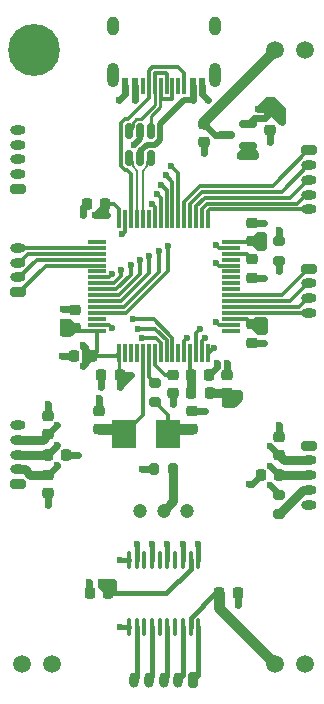
<source format=gbr>
%TF.GenerationSoftware,KiCad,Pcbnew,(6.0.9)*%
%TF.CreationDate,2022-12-02T14:17:00-08:00*%
%TF.ProjectId,controller,636f6e74-726f-46c6-9c65-722e6b696361,1*%
%TF.SameCoordinates,Original*%
%TF.FileFunction,Copper,L1,Top*%
%TF.FilePolarity,Positive*%
%FSLAX46Y46*%
G04 Gerber Fmt 4.6, Leading zero omitted, Abs format (unit mm)*
G04 Created by KiCad (PCBNEW (6.0.9)) date 2022-12-02 14:17:00*
%MOMM*%
%LPD*%
G01*
G04 APERTURE LIST*
G04 Aperture macros list*
%AMRoundRect*
0 Rectangle with rounded corners*
0 $1 Rounding radius*
0 $2 $3 $4 $5 $6 $7 $8 $9 X,Y pos of 4 corners*
0 Add a 4 corners polygon primitive as box body*
4,1,4,$2,$3,$4,$5,$6,$7,$8,$9,$2,$3,0*
0 Add four circle primitives for the rounded corners*
1,1,$1+$1,$2,$3*
1,1,$1+$1,$4,$5*
1,1,$1+$1,$6,$7*
1,1,$1+$1,$8,$9*
0 Add four rect primitives between the rounded corners*
20,1,$1+$1,$2,$3,$4,$5,0*
20,1,$1+$1,$4,$5,$6,$7,0*
20,1,$1+$1,$6,$7,$8,$9,0*
20,1,$1+$1,$8,$9,$2,$3,0*%
G04 Aperture macros list end*
%TA.AperFunction,SMDPad,CuDef*%
%ADD10RoundRect,0.225000X0.225000X0.250000X-0.225000X0.250000X-0.225000X-0.250000X0.225000X-0.250000X0*%
%TD*%
%TA.AperFunction,ComponentPad*%
%ADD11RoundRect,0.200000X-0.450000X0.200000X-0.450000X-0.200000X0.450000X-0.200000X0.450000X0.200000X0*%
%TD*%
%TA.AperFunction,ComponentPad*%
%ADD12O,1.300000X0.800000*%
%TD*%
%TA.AperFunction,ComponentPad*%
%ADD13RoundRect,0.200000X0.450000X-0.200000X0.450000X0.200000X-0.450000X0.200000X-0.450000X-0.200000X0*%
%TD*%
%TA.AperFunction,SMDPad,CuDef*%
%ADD14RoundRect,0.225000X0.250000X-0.225000X0.250000X0.225000X-0.250000X0.225000X-0.250000X-0.225000X0*%
%TD*%
%TA.AperFunction,SMDPad,CuDef*%
%ADD15RoundRect,0.150000X-0.150000X0.512500X-0.150000X-0.512500X0.150000X-0.512500X0.150000X0.512500X0*%
%TD*%
%TA.AperFunction,SMDPad,CuDef*%
%ADD16RoundRect,0.218750X0.218750X0.256250X-0.218750X0.256250X-0.218750X-0.256250X0.218750X-0.256250X0*%
%TD*%
%TA.AperFunction,SMDPad,CuDef*%
%ADD17RoundRect,0.225000X-0.225000X-0.250000X0.225000X-0.250000X0.225000X0.250000X-0.225000X0.250000X0*%
%TD*%
%TA.AperFunction,SMDPad,CuDef*%
%ADD18RoundRect,0.225000X-0.250000X0.225000X-0.250000X-0.225000X0.250000X-0.225000X0.250000X0.225000X0*%
%TD*%
%TA.AperFunction,SMDPad,CuDef*%
%ADD19RoundRect,0.200000X0.275000X-0.200000X0.275000X0.200000X-0.275000X0.200000X-0.275000X-0.200000X0*%
%TD*%
%TA.AperFunction,ComponentPad*%
%ADD20RoundRect,0.200000X0.200000X0.450000X-0.200000X0.450000X-0.200000X-0.450000X0.200000X-0.450000X0*%
%TD*%
%TA.AperFunction,ComponentPad*%
%ADD21O,0.800000X1.300000*%
%TD*%
%TA.AperFunction,SMDPad,CuDef*%
%ADD22R,0.600000X1.450000*%
%TD*%
%TA.AperFunction,SMDPad,CuDef*%
%ADD23R,0.300000X1.450000*%
%TD*%
%TA.AperFunction,ComponentPad*%
%ADD24O,1.000000X2.100000*%
%TD*%
%TA.AperFunction,ComponentPad*%
%ADD25O,1.000000X1.600000*%
%TD*%
%TA.AperFunction,ComponentPad*%
%ADD26C,1.200000*%
%TD*%
%TA.AperFunction,SMDPad,CuDef*%
%ADD27RoundRect,0.200000X0.200000X0.275000X-0.200000X0.275000X-0.200000X-0.275000X0.200000X-0.275000X0*%
%TD*%
%TA.AperFunction,ComponentPad*%
%ADD28C,1.500000*%
%TD*%
%TA.AperFunction,SMDPad,CuDef*%
%ADD29RoundRect,0.150000X0.587500X0.150000X-0.587500X0.150000X-0.587500X-0.150000X0.587500X-0.150000X0*%
%TD*%
%TA.AperFunction,SMDPad,CuDef*%
%ADD30RoundRect,0.200000X-0.275000X0.200000X-0.275000X-0.200000X0.275000X-0.200000X0.275000X0.200000X0*%
%TD*%
%TA.AperFunction,SMDPad,CuDef*%
%ADD31RoundRect,0.075000X0.075000X-0.700000X0.075000X0.700000X-0.075000X0.700000X-0.075000X-0.700000X0*%
%TD*%
%TA.AperFunction,SMDPad,CuDef*%
%ADD32RoundRect,0.075000X0.700000X-0.075000X0.700000X0.075000X-0.700000X0.075000X-0.700000X-0.075000X0*%
%TD*%
%TA.AperFunction,SMDPad,CuDef*%
%ADD33RoundRect,0.100000X-0.100000X0.637500X-0.100000X-0.637500X0.100000X-0.637500X0.100000X0.637500X0*%
%TD*%
%TA.AperFunction,SMDPad,CuDef*%
%ADD34R,2.000000X2.400000*%
%TD*%
%TA.AperFunction,ComponentPad*%
%ADD35C,4.400000*%
%TD*%
%TA.AperFunction,ViaPad*%
%ADD36C,0.600000*%
%TD*%
%TA.AperFunction,Conductor*%
%ADD37C,0.900000*%
%TD*%
%TA.AperFunction,Conductor*%
%ADD38C,0.500000*%
%TD*%
%TA.AperFunction,Conductor*%
%ADD39C,0.600000*%
%TD*%
%TA.AperFunction,Conductor*%
%ADD40C,0.400000*%
%TD*%
%TA.AperFunction,Conductor*%
%ADD41C,0.300000*%
%TD*%
%TA.AperFunction,Conductor*%
%ADD42C,0.800000*%
%TD*%
%TA.AperFunction,Conductor*%
%ADD43C,0.250000*%
%TD*%
%TA.AperFunction,Conductor*%
%ADD44C,0.261112*%
%TD*%
%TA.AperFunction,Conductor*%
%ADD45C,0.200000*%
%TD*%
G04 APERTURE END LIST*
D10*
%TO.P,C7,1*%
%TO.N,3V3*%
X120028000Y-87000000D03*
%TO.P,C7,2*%
%TO.N,GND*%
X118478000Y-87000000D03*
%TD*%
D11*
%TO.P,J6,1,Pin_1*%
%TO.N,MOSI_R*%
X137300000Y-92500000D03*
D12*
%TO.P,J6,2,Pin_2*%
%TO.N,MISO_R*%
X137300000Y-93750000D03*
%TO.P,J6,3,Pin_3*%
%TO.N,SCK_R*%
X137300000Y-95000000D03*
%TO.P,J6,4,Pin_4*%
%TO.N,NSS_R*%
X137300000Y-96250000D03*
%TD*%
D13*
%TO.P,J7,1,Pin_1*%
%TO.N,COL5*%
X112700000Y-85750000D03*
D12*
%TO.P,J7,2,Pin_2*%
%TO.N,COL4*%
X112700000Y-84500000D03*
%TO.P,J7,3,Pin_3*%
%TO.N,COL3*%
X112700000Y-83250000D03*
%TO.P,J7,4,Pin_4*%
%TO.N,COL2*%
X112700000Y-82000000D03*
%TO.P,J7,5,Pin_5*%
%TO.N,COL1*%
X112700000Y-80750000D03*
%TD*%
D14*
%TO.P,C8,1*%
%TO.N,3V3*%
X117500000Y-97525000D03*
%TO.P,C8,2*%
%TO.N,GND*%
X117500000Y-95975000D03*
%TD*%
D15*
%TO.P,U3,1,I/O1*%
%TO.N,USB_RAW_D-*%
X123950000Y-80862500D03*
%TO.P,U3,2,GND*%
%TO.N,GND*%
X123000000Y-80862500D03*
%TO.P,U3,3,I/O2*%
%TO.N,USB_RAW_D+*%
X122050000Y-80862500D03*
%TO.P,U3,4,I/O2*%
%TO.N,USB_D+*%
X122050000Y-83137500D03*
%TO.P,U3,5,VBUS*%
%TO.N,5V*%
X123000000Y-83137500D03*
%TO.P,U3,6,I/O1*%
%TO.N,USB_D-*%
X123950000Y-83137500D03*
%TD*%
D16*
%TO.P,FB1,1*%
%TO.N,3V3*%
X128887500Y-103000000D03*
%TO.P,FB1,2*%
%TO.N,VREF*%
X127312500Y-103000000D03*
%TD*%
D17*
%TO.P,C18,1*%
%TO.N,TR2*%
X115225000Y-108250000D03*
%TO.P,C18,2*%
%TO.N,GND*%
X116775000Y-108250000D03*
%TD*%
D14*
%TO.P,C17,1*%
%TO.N,TR1*%
X115250000Y-106525000D03*
%TO.P,C17,2*%
%TO.N,GND*%
X115250000Y-104975000D03*
%TD*%
D18*
%TO.P,C13,1*%
%TO.N,VCAP*%
X132500000Y-91725000D03*
%TO.P,C13,2*%
%TO.N,GND*%
X132500000Y-93275000D03*
%TD*%
D17*
%TO.P,C10,1*%
%TO.N,VREF*%
X127325000Y-101500000D03*
%TO.P,C10,2*%
%TO.N,GND*%
X128875000Y-101500000D03*
%TD*%
D19*
%TO.P,R4,1*%
%TO.N,ST_P_IN*%
X134750000Y-113325000D03*
%TO.P,R4,2*%
%TO.N,ST_P*%
X134750000Y-111675000D03*
%TD*%
D10*
%TO.P,C3,1*%
%TO.N,3V3*%
X118975000Y-99900000D03*
%TO.P,C3,2*%
%TO.N,GND*%
X117425000Y-99900000D03*
%TD*%
D20*
%TO.P,J4,1,Pin_1*%
%TO.N,LED1_OUT*%
X127500000Y-127300000D03*
D21*
%TO.P,J4,2,Pin_2*%
%TO.N,LED2_OUT*%
X126250000Y-127300000D03*
%TO.P,J4,3,Pin_3*%
%TO.N,LED3_OUT*%
X125000000Y-127300000D03*
%TO.P,J4,4,Pin_4*%
%TO.N,LED4_OUT*%
X123750000Y-127300000D03*
%TO.P,J4,5,Pin_5*%
%TO.N,LED5_OUT*%
X122500000Y-127300000D03*
%TD*%
D10*
%TO.P,C15,1*%
%TO.N,3V3*%
X120275000Y-120000000D03*
%TO.P,C15,2*%
%TO.N,GND*%
X118725000Y-120000000D03*
%TD*%
D22*
%TO.P,J2,A1,GND*%
%TO.N,GND*%
X128250000Y-77045000D03*
%TO.P,J2,A4,VBUS*%
%TO.N,5V*%
X127450000Y-77045000D03*
D23*
%TO.P,J2,A5,CC1*%
%TO.N,unconnected-(J2-PadA5)*%
X126250000Y-77045000D03*
%TO.P,J2,A6,D+*%
%TO.N,USB_RAW_D+*%
X125250000Y-77045000D03*
%TO.P,J2,A7,D-*%
%TO.N,USB_RAW_D-*%
X124750000Y-77045000D03*
%TO.P,J2,A8,SBU1*%
%TO.N,USB_HPS*%
X123750000Y-77045000D03*
D22*
%TO.P,J2,A9,VBUS*%
%TO.N,5V*%
X122550000Y-77045000D03*
%TO.P,J2,A12,GND*%
%TO.N,GND*%
X121750000Y-77045000D03*
%TO.P,J2,B1,GND*%
X121750000Y-77045000D03*
%TO.P,J2,B4,VBUS*%
%TO.N,5V*%
X122550000Y-77045000D03*
D23*
%TO.P,J2,B5,CC2*%
%TO.N,unconnected-(J2-PadB5)*%
X123250000Y-77045000D03*
%TO.P,J2,B6,D+*%
%TO.N,USB_RAW_D+*%
X124250000Y-77045000D03*
%TO.P,J2,B7,D-*%
%TO.N,USB_RAW_D-*%
X125750000Y-77045000D03*
%TO.P,J2,B8,SBU2*%
%TO.N,USB_HPS*%
X126750000Y-77045000D03*
D22*
%TO.P,J2,B9,VBUS*%
%TO.N,5V*%
X127450000Y-77045000D03*
%TO.P,J2,B12,GND*%
%TO.N,GND*%
X128250000Y-77045000D03*
D24*
%TO.P,J2,S1,SHIELD*%
X129320000Y-76130000D03*
D25*
X120680000Y-71950000D03*
X129320000Y-71950000D03*
D24*
X120680000Y-76130000D03*
%TD*%
D26*
%TO.P,SW1,1,A*%
%TO.N,GND*%
X127000000Y-113000000D03*
%TO.P,SW1,2,B*%
%TO.N,Net-(R2-Pad1)*%
X125000000Y-113000000D03*
%TO.P,SW1,3,C*%
%TO.N,3V3*%
X123000000Y-113000000D03*
%TD*%
D17*
%TO.P,C16,1*%
%TO.N,5V*%
X129725000Y-120000000D03*
%TO.P,C16,2*%
%TO.N,GND*%
X131275000Y-120000000D03*
%TD*%
D18*
%TO.P,C19,1*%
%TO.N,TR3*%
X115250000Y-109975000D03*
%TO.P,C19,2*%
%TO.N,GND*%
X115250000Y-111525000D03*
%TD*%
D27*
%TO.P,R2,1*%
%TO.N,Net-(R2-Pad1)*%
X125825000Y-109500000D03*
%TO.P,R2,2*%
%TO.N,BOOT0*%
X124175000Y-109500000D03*
%TD*%
D28*
%TO.P,J11,1,Pin_1*%
%TO.N,5V*%
X134450000Y-126000000D03*
%TO.P,J11,2,Pin_2*%
%TO.N,GND*%
X136950000Y-126000000D03*
%TD*%
D29*
%TO.P,U1,1,GND*%
%TO.N,GND*%
X132137500Y-82150000D03*
%TO.P,U1,2,VO*%
%TO.N,3V3*%
X132137500Y-80250000D03*
%TO.P,U1,3,VI*%
%TO.N,5V*%
X130262500Y-81200000D03*
%TD*%
D30*
%TO.P,R3,1*%
%TO.N,BOOT1*%
X134750000Y-90175000D03*
%TO.P,R3,2*%
%TO.N,GND*%
X134750000Y-91825000D03*
%TD*%
D31*
%TO.P,U2,1,VBAT*%
%TO.N,3V3*%
X121250000Y-99675000D03*
%TO.P,U2,2,PC13*%
%TO.N,unconnected-(U2-Pad2)*%
X121750000Y-99675000D03*
%TO.P,U2,3,PC14*%
%TO.N,unconnected-(U2-Pad3)*%
X122250000Y-99675000D03*
%TO.P,U2,4,PC15*%
%TO.N,unconnected-(U2-Pad4)*%
X122750000Y-99675000D03*
%TO.P,U2,5,PH0*%
%TO.N,HSE_IN*%
X123250000Y-99675000D03*
%TO.P,U2,6,PH1*%
%TO.N,HSE_OUT*%
X123750000Y-99675000D03*
%TO.P,U2,7,NRST*%
%TO.N,NRST*%
X124250000Y-99675000D03*
%TO.P,U2,8,PC0*%
%TO.N,TR3*%
X124750000Y-99675000D03*
%TO.P,U2,9,PC1*%
%TO.N,TR2*%
X125250000Y-99675000D03*
%TO.P,U2,10,PC2*%
%TO.N,TR1*%
X125750000Y-99675000D03*
%TO.P,U2,11,PC3*%
%TO.N,unconnected-(U2-Pad11)*%
X126250000Y-99675000D03*
%TO.P,U2,12,VSSA*%
%TO.N,GND*%
X126750000Y-99675000D03*
%TO.P,U2,13,VREF+*%
%TO.N,VREF*%
X127250000Y-99675000D03*
%TO.P,U2,14,PA0*%
%TO.N,ST_P*%
X127750000Y-99675000D03*
%TO.P,U2,15,PA1*%
%TO.N,ST_Y*%
X128250000Y-99675000D03*
%TO.P,U2,16,PA2*%
%TO.N,ST_X*%
X128750000Y-99675000D03*
D32*
%TO.P,U2,17,PA3*%
%TO.N,unconnected-(U2-Pad17)*%
X130675000Y-97750000D03*
%TO.P,U2,18,VSS*%
%TO.N,GND*%
X130675000Y-97250000D03*
%TO.P,U2,19,VDD*%
%TO.N,3V3*%
X130675000Y-96750000D03*
%TO.P,U2,20,PA4*%
%TO.N,NSS_R*%
X130675000Y-96250000D03*
%TO.P,U2,21,PA5*%
%TO.N,SCK_R*%
X130675000Y-95750000D03*
%TO.P,U2,22,PA6*%
%TO.N,MISO_R*%
X130675000Y-95250000D03*
%TO.P,U2,23,PA7*%
%TO.N,MOSI_R*%
X130675000Y-94750000D03*
%TO.P,U2,24,PC4*%
%TO.N,unconnected-(U2-Pad24)*%
X130675000Y-94250000D03*
%TO.P,U2,25,PC5*%
%TO.N,unconnected-(U2-Pad25)*%
X130675000Y-93750000D03*
%TO.P,U2,26,PB0*%
%TO.N,unconnected-(U2-Pad26)*%
X130675000Y-93250000D03*
%TO.P,U2,27,PB1*%
%TO.N,unconnected-(U2-Pad27)*%
X130675000Y-92750000D03*
%TO.P,U2,28,PB2*%
%TO.N,BOOT1*%
X130675000Y-92250000D03*
%TO.P,U2,29,PB10*%
%TO.N,unconnected-(U2-Pad29)*%
X130675000Y-91750000D03*
%TO.P,U2,30,VCAP1*%
%TO.N,VCAP*%
X130675000Y-91250000D03*
%TO.P,U2,31,VSS*%
%TO.N,GND*%
X130675000Y-90750000D03*
%TO.P,U2,32,VDD*%
%TO.N,3V3*%
X130675000Y-90250000D03*
D31*
%TO.P,U2,33,PB12*%
%TO.N,ROW5*%
X128750000Y-88325000D03*
%TO.P,U2,34,PB13*%
%TO.N,ROW4*%
X128250000Y-88325000D03*
%TO.P,U2,35,PB14*%
%TO.N,ROW3*%
X127750000Y-88325000D03*
%TO.P,U2,36,PB15*%
%TO.N,ROW2*%
X127250000Y-88325000D03*
%TO.P,U2,37,PC6*%
%TO.N,ROW1*%
X126750000Y-88325000D03*
%TO.P,U2,38,PC7*%
%TO.N,COL1*%
X126250000Y-88325000D03*
%TO.P,U2,39,PC8*%
%TO.N,COL2*%
X125750000Y-88325000D03*
%TO.P,U2,40,PC9*%
%TO.N,COL3*%
X125250000Y-88325000D03*
%TO.P,U2,41,PA8*%
%TO.N,COL4*%
X124750000Y-88325000D03*
%TO.P,U2,42,PA9*%
%TO.N,COL5*%
X124250000Y-88325000D03*
%TO.P,U2,43,PA10*%
%TO.N,unconnected-(U2-Pad43)*%
X123750000Y-88325000D03*
%TO.P,U2,44,PA11*%
%TO.N,USB_D-*%
X123250000Y-88325000D03*
%TO.P,U2,45,PA12*%
%TO.N,USB_D+*%
X122750000Y-88325000D03*
%TO.P,U2,46,PA13*%
%TO.N,USB_HPS*%
X122250000Y-88325000D03*
%TO.P,U2,47,VSS*%
%TO.N,GND*%
X121750000Y-88325000D03*
%TO.P,U2,48,VDD*%
%TO.N,3V3*%
X121250000Y-88325000D03*
D32*
%TO.P,U2,49,PA14*%
%TO.N,unconnected-(U2-Pad49)*%
X119325000Y-90250000D03*
%TO.P,U2,50,PA15*%
%TO.N,NSS_L*%
X119325000Y-90750000D03*
%TO.P,U2,51,PC10*%
%TO.N,SCK_L*%
X119325000Y-91250000D03*
%TO.P,U2,52,PC11*%
%TO.N,MISO_L*%
X119325000Y-91750000D03*
%TO.P,U2,53,PC12*%
%TO.N,MOSI_L*%
X119325000Y-92250000D03*
%TO.P,U2,54,PD2*%
%TO.N,unconnected-(U2-Pad54)*%
X119325000Y-92750000D03*
%TO.P,U2,55,PB3*%
%TO.N,LED_OE*%
X119325000Y-93250000D03*
%TO.P,U2,56,PB4*%
%TO.N,LED5*%
X119325000Y-93750000D03*
%TO.P,U2,57,PB5*%
%TO.N,LED4*%
X119325000Y-94250000D03*
%TO.P,U2,58,PB6*%
%TO.N,LED3*%
X119325000Y-94750000D03*
%TO.P,U2,59,PB7*%
%TO.N,LED2*%
X119325000Y-95250000D03*
%TO.P,U2,60,BOOT0*%
%TO.N,BOOT0*%
X119325000Y-95750000D03*
%TO.P,U2,61,PB8*%
%TO.N,LED1*%
X119325000Y-96250000D03*
%TO.P,U2,62,PB9*%
%TO.N,unconnected-(U2-Pad62)*%
X119325000Y-96750000D03*
%TO.P,U2,63,VSS*%
%TO.N,GND*%
X119325000Y-97250000D03*
%TO.P,U2,64,VDD*%
%TO.N,3V3*%
X119325000Y-97750000D03*
%TD*%
D14*
%TO.P,C12,1*%
%TO.N,Net-(C12-Pad1)*%
X127400000Y-106075000D03*
%TO.P,C12,2*%
%TO.N,GND*%
X127400000Y-104525000D03*
%TD*%
D18*
%TO.P,C5,1*%
%TO.N,3V3*%
X132500000Y-97225000D03*
%TO.P,C5,2*%
%TO.N,GND*%
X132500000Y-98775000D03*
%TD*%
D11*
%TO.P,J8,1,Pin_1*%
%TO.N,ROW1*%
X137300000Y-82500000D03*
D12*
%TO.P,J8,2,Pin_2*%
%TO.N,ROW2*%
X137300000Y-83750000D03*
%TO.P,J8,3,Pin_3*%
%TO.N,ROW3*%
X137300000Y-85000000D03*
%TO.P,J8,4,Pin_4*%
%TO.N,ROW4*%
X137300000Y-86250000D03*
%TO.P,J8,5,Pin_5*%
%TO.N,ROW5*%
X137300000Y-87500000D03*
%TD*%
D18*
%TO.P,C14,1*%
%TO.N,NRST*%
X125800000Y-101475000D03*
%TO.P,C14,2*%
%TO.N,GND*%
X125800000Y-103025000D03*
%TD*%
D28*
%TO.P,J1,1,Pin_1*%
%TO.N,GND*%
X136950000Y-74000000D03*
%TO.P,J1,2,Pin_2*%
%TO.N,5V*%
X134450000Y-74000000D03*
%TD*%
D13*
%TO.P,J5,1,Pin_1*%
%TO.N,MOSI_L*%
X112700000Y-94500000D03*
D12*
%TO.P,J5,2,Pin_2*%
%TO.N,MISO_L*%
X112700000Y-93250000D03*
%TO.P,J5,3,Pin_3*%
%TO.N,SCK_L*%
X112700000Y-92000000D03*
%TO.P,J5,4,Pin_4*%
%TO.N,NSS_L*%
X112700000Y-90750000D03*
%TD*%
D10*
%TO.P,C21,1*%
%TO.N,ST_Y*%
X134775000Y-110000000D03*
%TO.P,C21,2*%
%TO.N,GND*%
X133225000Y-110000000D03*
%TD*%
D18*
%TO.P,C2,1*%
%TO.N,3V3*%
X134000000Y-79225000D03*
%TO.P,C2,2*%
%TO.N,GND*%
X134000000Y-80775000D03*
%TD*%
D33*
%TO.P,U4,1,A1*%
%TO.N,LED1*%
X127925000Y-117137500D03*
%TO.P,U4,2,VCCA*%
%TO.N,3V3*%
X127275000Y-117137500D03*
%TO.P,U4,3,A2*%
%TO.N,LED2*%
X126625000Y-117137500D03*
%TO.P,U4,4,A3*%
%TO.N,unconnected-(U4-Pad4)*%
X125975000Y-117137500D03*
%TO.P,U4,5,A4*%
%TO.N,LED3*%
X125325000Y-117137500D03*
%TO.P,U4,6,A5*%
%TO.N,unconnected-(U4-Pad6)*%
X124675000Y-117137500D03*
%TO.P,U4,7,A6*%
%TO.N,LED4*%
X124025000Y-117137500D03*
%TO.P,U4,8,A7*%
%TO.N,unconnected-(U4-Pad8)*%
X123375000Y-117137500D03*
%TO.P,U4,9,A8*%
%TO.N,LED5*%
X122725000Y-117137500D03*
%TO.P,U4,10,OE*%
%TO.N,LED_OE*%
X122075000Y-117137500D03*
%TO.P,U4,11,GND*%
%TO.N,GND*%
X122075000Y-122862500D03*
%TO.P,U4,12,B8*%
%TO.N,LED5_OUT*%
X122725000Y-122862500D03*
%TO.P,U4,13,B7*%
%TO.N,unconnected-(U4-Pad13)*%
X123375000Y-122862500D03*
%TO.P,U4,14,B6*%
%TO.N,LED4_OUT*%
X124025000Y-122862500D03*
%TO.P,U4,15,B5*%
%TO.N,unconnected-(U4-Pad15)*%
X124675000Y-122862500D03*
%TO.P,U4,16,B4*%
%TO.N,LED3_OUT*%
X125325000Y-122862500D03*
%TO.P,U4,17,B3*%
%TO.N,unconnected-(U4-Pad17)*%
X125975000Y-122862500D03*
%TO.P,U4,18,B2*%
%TO.N,LED2_OUT*%
X126625000Y-122862500D03*
%TO.P,U4,19,VCCB*%
%TO.N,5V*%
X127275000Y-122862500D03*
%TO.P,U4,20,B1*%
%TO.N,LED1_OUT*%
X127925000Y-122862500D03*
%TD*%
D18*
%TO.P,C1,1*%
%TO.N,5V*%
X128400000Y-80225000D03*
%TO.P,C1,2*%
%TO.N,GND*%
X128400000Y-81775000D03*
%TD*%
D14*
%TO.P,C11,1*%
%TO.N,HSE_IN*%
X119500000Y-106075000D03*
%TO.P,C11,2*%
%TO.N,GND*%
X119500000Y-104525000D03*
%TD*%
D30*
%TO.P,R1,1*%
%TO.N,HSE_OUT*%
X124250000Y-102175000D03*
%TO.P,R1,2*%
%TO.N,Net-(C12-Pad1)*%
X124250000Y-103825000D03*
%TD*%
D11*
%TO.P,J10,1,Pin_1*%
%TO.N,3V3*%
X137300000Y-107500000D03*
D12*
%TO.P,J10,2,Pin_2*%
%TO.N,ST_X*%
X137300000Y-108750000D03*
%TO.P,J10,3,Pin_3*%
%TO.N,ST_Y*%
X137300000Y-110000000D03*
%TO.P,J10,4,Pin_4*%
%TO.N,ST_P_IN*%
X137300000Y-111250000D03*
%TO.P,J10,5,Pin_5*%
%TO.N,GND*%
X137300000Y-112500000D03*
%TD*%
D13*
%TO.P,J9,1,Pin_1*%
%TO.N,GND*%
X112700000Y-110750000D03*
D12*
%TO.P,J9,2,Pin_2*%
%TO.N,TR3*%
X112700000Y-109500000D03*
%TO.P,J9,3,Pin_3*%
%TO.N,TR2*%
X112700000Y-108250000D03*
%TO.P,J9,4,Pin_4*%
%TO.N,TR1*%
X112700000Y-107000000D03*
%TO.P,J9,5,Pin_5*%
%TO.N,3V3*%
X112700000Y-105750000D03*
%TD*%
D14*
%TO.P,C6,1*%
%TO.N,3V3*%
X132500000Y-90175000D03*
%TO.P,C6,2*%
%TO.N,GND*%
X132500000Y-88625000D03*
%TD*%
%TO.P,C20,1*%
%TO.N,ST_X*%
X134750000Y-108275000D03*
%TO.P,C20,2*%
%TO.N,GND*%
X134750000Y-106725000D03*
%TD*%
D10*
%TO.P,C4,1*%
%TO.N,3V3*%
X121275000Y-101500000D03*
%TO.P,C4,2*%
%TO.N,GND*%
X119725000Y-101500000D03*
%TD*%
D34*
%TO.P,Y1,1,1*%
%TO.N,HSE_IN*%
X121650000Y-106500000D03*
%TO.P,Y1,2,2*%
%TO.N,Net-(C12-Pad1)*%
X125350000Y-106500000D03*
%TD*%
D35*
%TO.P,H1,1*%
%TO.N,N/C*%
X114000000Y-74000000D03*
%TD*%
D14*
%TO.P,C9,1*%
%TO.N,3V3*%
X130400000Y-103025000D03*
%TO.P,C9,2*%
%TO.N,GND*%
X130400000Y-101475000D03*
%TD*%
D28*
%TO.P,J3,1,Pin_1*%
%TO.N,5V*%
X113050000Y-126000000D03*
%TO.P,J3,2,Pin_2*%
%TO.N,GND*%
X115550000Y-126000000D03*
%TD*%
D36*
%TO.N,5V*%
X127450000Y-78250000D03*
X122550000Y-78250000D03*
%TO.N,GND*%
X131500000Y-83000000D03*
X130400000Y-100500000D03*
X129500000Y-100500000D03*
X118675000Y-119000000D03*
X134750000Y-105750000D03*
X121513600Y-89611200D03*
X115250000Y-104000000D03*
X132250000Y-110750000D03*
X132750000Y-83000000D03*
X121250000Y-78250000D03*
X129400000Y-90500000D03*
X125800000Y-104000000D03*
X128500000Y-104525000D03*
X133500000Y-88625000D03*
X127000000Y-98400000D03*
X133500000Y-93275000D03*
X122500000Y-82000000D03*
X131325000Y-121000000D03*
X134000000Y-81750000D03*
X117750000Y-108250000D03*
X121300000Y-122862500D03*
X118200000Y-88000000D03*
X119700000Y-102500000D03*
X133500000Y-98775000D03*
X128750000Y-78250000D03*
X119500000Y-103500000D03*
X115250000Y-112500000D03*
X116400000Y-99900000D03*
X129400000Y-97000000D03*
X116500000Y-95900000D03*
X134750000Y-92750000D03*
X128400000Y-82750000D03*
X120600000Y-97500000D03*
%TO.N,3V3*%
X116500000Y-97000000D03*
X133000000Y-79000000D03*
X120200000Y-88000000D03*
X120675000Y-119000000D03*
X133500000Y-96900000D03*
X121275000Y-102500000D03*
X134000000Y-78250000D03*
X122250000Y-101500000D03*
X119200000Y-88000000D03*
X131400000Y-103000000D03*
X118200000Y-99000000D03*
X135000000Y-80100000D03*
X135000000Y-79000000D03*
X133400000Y-89700000D03*
X133500000Y-97750000D03*
X118200000Y-100750000D03*
X133400000Y-90700000D03*
X130200000Y-104000000D03*
X131100000Y-103800000D03*
X119675000Y-119000000D03*
X116500000Y-98000000D03*
%TO.N,ST_X*%
X129300000Y-99200000D03*
X134000000Y-107500000D03*
%TO.N,ST_Y*%
X134000000Y-109200000D03*
X128500000Y-98400000D03*
%TO.N,TR1*%
X122400000Y-96800000D03*
X116000000Y-105750000D03*
%TO.N,TR2*%
X122800000Y-97600000D03*
X116000000Y-107450000D03*
%TO.N,TR3*%
X123200000Y-98400000D03*
X116000000Y-109100000D03*
%TO.N,COL1*%
X125600000Y-83800000D03*
%TO.N,COL2*%
X125200000Y-84600000D03*
%TO.N,COL3*%
X124800000Y-85400000D03*
%TO.N,COL4*%
X124400000Y-86200000D03*
%TO.N,COL5*%
X124000000Y-87000000D03*
%TO.N,BOOT0*%
X124600000Y-91000000D03*
X123200000Y-109500000D03*
%TO.N,BOOT1*%
X134750000Y-89200000D03*
X129400000Y-92000000D03*
%TO.N,ST_P*%
X128100000Y-97600000D03*
X134000000Y-110850000D03*
%TO.N,LED_OE*%
X121300000Y-117137500D03*
X120600000Y-93000000D03*
%TO.N,LED1*%
X125400000Y-90600000D03*
X127925000Y-115800000D03*
%TO.N,LED2*%
X126625000Y-115800000D03*
X123800000Y-91400000D03*
%TO.N,LED3*%
X123000000Y-91800000D03*
X125325000Y-115800000D03*
%TO.N,LED4*%
X122200000Y-92200000D03*
X124025000Y-115800000D03*
%TO.N,LED5*%
X121400000Y-92600000D03*
X122725000Y-115800000D03*
%TD*%
D37*
%TO.N,5V*%
X129725000Y-121275000D02*
X134450000Y-126000000D01*
X128400000Y-80050000D02*
X134450000Y-74000000D01*
D38*
X123000000Y-82576472D02*
X123000000Y-83137500D01*
D39*
X127450000Y-77045000D02*
X127450000Y-78250000D01*
X129375000Y-81200000D02*
X128400000Y-80225000D01*
D38*
X123551472Y-82025000D02*
X123000000Y-82576472D01*
D37*
X129725000Y-120000000D02*
X129725000Y-121275000D01*
D40*
X129342893Y-120000000D02*
X127275000Y-122067893D01*
X127275000Y-122067893D02*
X127275000Y-122862500D01*
D38*
X124298528Y-82025000D02*
X123551472Y-82025000D01*
D39*
X122550000Y-77045000D02*
X122550000Y-78250000D01*
X130262500Y-81200000D02*
X129375000Y-81200000D01*
D38*
X126728000Y-78250000D02*
X124700000Y-80278000D01*
D40*
X129725000Y-120000000D02*
X129342893Y-120000000D01*
D38*
X127450000Y-78250000D02*
X126728000Y-78250000D01*
X124700000Y-81623528D02*
X124298528Y-82025000D01*
X124700000Y-80278000D02*
X124700000Y-81623528D01*
D37*
X128400000Y-80225000D02*
X128400000Y-80050000D01*
D39*
%TO.N,GND*%
X132250000Y-110750000D02*
X132475000Y-110750000D01*
X119700000Y-102500000D02*
X119700000Y-101525000D01*
X118200000Y-87278000D02*
X118478000Y-87000000D01*
X131500000Y-82787500D02*
X132137500Y-82150000D01*
D41*
X130675000Y-90750000D02*
X129650000Y-90750000D01*
D39*
X134750000Y-105750000D02*
X134750000Y-106725000D01*
D41*
X120350000Y-97250000D02*
X120600000Y-97500000D01*
D40*
X122075000Y-122862500D02*
X121300000Y-122862500D01*
D39*
X129500000Y-100500000D02*
X129500000Y-100875000D01*
X115250000Y-104000000D02*
X115250000Y-104975000D01*
X131325000Y-121000000D02*
X131325000Y-120050000D01*
D41*
X121750000Y-88325000D02*
X121750000Y-89374800D01*
D39*
X134750000Y-92750000D02*
X134750000Y-91825000D01*
X115250000Y-112500000D02*
X115250000Y-111525000D01*
X128250000Y-77750000D02*
X128750000Y-78250000D01*
X133500000Y-93275000D02*
X132500000Y-93275000D01*
X119700000Y-101525000D02*
X119725000Y-101500000D01*
X131500000Y-83000000D02*
X131500000Y-82787500D01*
X125800000Y-104000000D02*
X125800000Y-103025000D01*
X116500000Y-95900000D02*
X117425000Y-95900000D01*
X117425000Y-99900000D02*
X116400000Y-99900000D01*
X118675000Y-119950000D02*
X118725000Y-120000000D01*
X133500000Y-98775000D02*
X132500000Y-98775000D01*
X128250000Y-77045000D02*
X128250000Y-77750000D01*
X121750000Y-77750000D02*
X121250000Y-78250000D01*
X132475000Y-110750000D02*
X133225000Y-110000000D01*
X118200000Y-88000000D02*
X118200000Y-87278000D01*
X134000000Y-81750000D02*
X134000000Y-80775000D01*
X119500000Y-103500000D02*
X119500000Y-104525000D01*
X131500000Y-83000000D02*
X132750000Y-83000000D01*
D41*
X126750000Y-98650000D02*
X127000000Y-98400000D01*
D39*
X132750000Y-83000000D02*
X132403000Y-83000000D01*
X132750000Y-82762500D02*
X132137500Y-82150000D01*
X118675000Y-119000000D02*
X118675000Y-119950000D01*
D38*
X123000000Y-81500000D02*
X122500000Y-82000000D01*
D41*
X129650000Y-90750000D02*
X129400000Y-90500000D01*
X121750000Y-89374800D02*
X121513600Y-89611200D01*
D39*
X117750000Y-108250000D02*
X116775000Y-108250000D01*
X128400000Y-82750000D02*
X128400000Y-81775000D01*
D41*
X129650000Y-97250000D02*
X129400000Y-97000000D01*
X126750000Y-99675000D02*
X126750000Y-98650000D01*
D39*
X121750000Y-77045000D02*
X121750000Y-77750000D01*
X132403000Y-83000000D02*
X132080000Y-82677000D01*
X133500000Y-88625000D02*
X132500000Y-88625000D01*
X128500000Y-104525000D02*
X127400000Y-104525000D01*
D41*
X130675000Y-97250000D02*
X129650000Y-97250000D01*
D39*
X117425000Y-95900000D02*
X117500000Y-95975000D01*
X130400000Y-100500000D02*
X130400000Y-101475000D01*
X129500000Y-100875000D02*
X128875000Y-101500000D01*
X131325000Y-120050000D02*
X131275000Y-120000000D01*
X132750000Y-83000000D02*
X132750000Y-82762500D01*
D38*
X123000000Y-80862500D02*
X123000000Y-81500000D01*
D41*
X119325000Y-97250000D02*
X120350000Y-97250000D01*
%TO.N,3V3*%
X118975000Y-99900000D02*
X121025000Y-99900000D01*
D39*
X117025000Y-98000000D02*
X117500000Y-97525000D01*
X130315000Y-104000000D02*
X131315000Y-103000000D01*
D41*
X121025000Y-99900000D02*
X121250000Y-99675000D01*
D39*
X133400000Y-89700000D02*
X132975000Y-89700000D01*
X120675000Y-119600000D02*
X120275000Y-120000000D01*
X130200000Y-104000000D02*
X130315000Y-104000000D01*
X120028000Y-87172000D02*
X119200000Y-88000000D01*
X131315000Y-103000000D02*
X131400000Y-103000000D01*
X133000000Y-79000000D02*
X133775000Y-79000000D01*
X118200000Y-100750000D02*
X118375000Y-100575000D01*
D42*
X128887500Y-103000000D02*
X130375000Y-103000000D01*
D39*
X130425000Y-103000000D02*
X130400000Y-103025000D01*
X122250000Y-101500000D02*
X121275000Y-101500000D01*
X134000000Y-78250000D02*
X134250000Y-78250000D01*
D41*
X117725000Y-97750000D02*
X117500000Y-97525000D01*
D39*
X121275000Y-102500000D02*
X121275000Y-102475000D01*
D43*
X121250000Y-101475000D02*
X121275000Y-101500000D01*
D39*
X120192800Y-119917800D02*
X120192800Y-119329200D01*
D40*
X125207107Y-120000000D02*
X127275000Y-117932107D01*
D39*
X134000000Y-78250000D02*
X133750000Y-78250000D01*
X133400000Y-90700000D02*
X133025000Y-90700000D01*
X134000000Y-78250000D02*
X134000000Y-78628000D01*
X120028000Y-87000000D02*
X120028000Y-87172000D01*
X116500000Y-98000000D02*
X117025000Y-98000000D01*
X133025000Y-90700000D02*
X132500000Y-90175000D01*
D40*
X127275000Y-117932107D02*
X127275000Y-117137500D01*
D41*
X121250000Y-87468000D02*
X121250000Y-88325000D01*
D39*
X134000000Y-78628000D02*
X134747000Y-79375000D01*
D41*
X119325000Y-97750000D02*
X117725000Y-97750000D01*
D39*
X133500000Y-97750000D02*
X133500000Y-97686000D01*
D41*
X119325000Y-99550000D02*
X118975000Y-99900000D01*
D39*
X135000000Y-79000000D02*
X134225000Y-79000000D01*
X119675000Y-119000000D02*
X120675000Y-119000000D01*
X134000000Y-78250000D02*
X134000000Y-79225000D01*
X131400000Y-103000000D02*
X131400000Y-103500000D01*
X133775000Y-79000000D02*
X134000000Y-79225000D01*
X132975000Y-89700000D02*
X132500000Y-90175000D01*
X121275000Y-102475000D02*
X122250000Y-101500000D01*
D41*
X132425000Y-90250000D02*
X132500000Y-90175000D01*
D39*
X119200000Y-88000000D02*
X120200000Y-88000000D01*
X134000000Y-79225000D02*
X134000000Y-79360000D01*
X116500000Y-97000000D02*
X116975000Y-97000000D01*
X132825000Y-96900000D02*
X132500000Y-97225000D01*
X118200000Y-100750000D02*
X118200000Y-100675000D01*
D41*
X120782000Y-87000000D02*
X121250000Y-87468000D01*
D39*
X134125000Y-79225000D02*
X135000000Y-80100000D01*
X120675000Y-119000000D02*
X120675000Y-119600000D01*
X116500000Y-98000000D02*
X116500000Y-97000000D01*
X133500000Y-96900000D02*
X132825000Y-96900000D01*
X130900000Y-104000000D02*
X131100000Y-103800000D01*
X135000000Y-80100000D02*
X135000000Y-79000000D01*
X120275000Y-120000000D02*
X120192800Y-119917800D01*
X120028000Y-87000000D02*
X120028000Y-87828000D01*
D40*
X120275000Y-120000000D02*
X125207107Y-120000000D01*
D39*
X119675000Y-119400000D02*
X120275000Y-120000000D01*
X130200000Y-103225000D02*
X130400000Y-103025000D01*
X118200000Y-100675000D02*
X118975000Y-99900000D01*
D41*
X130675000Y-90250000D02*
X132425000Y-90250000D01*
D39*
X118200000Y-99000000D02*
X118200000Y-99125000D01*
D43*
X121250000Y-99675000D02*
X121250000Y-101475000D01*
D39*
X118375000Y-100575000D02*
X118375000Y-99175000D01*
X119675000Y-119000000D02*
X119675000Y-119400000D01*
X134250000Y-78250000D02*
X135000000Y-79000000D01*
X133400000Y-90700000D02*
X133400000Y-89700000D01*
X118375000Y-99175000D02*
X118200000Y-99000000D01*
X116500000Y-97000000D02*
X116500000Y-97069000D01*
X130200000Y-104000000D02*
X130200000Y-103225000D01*
D41*
X120028000Y-87000000D02*
X120782000Y-87000000D01*
D39*
X131100000Y-103800000D02*
X131100000Y-103725000D01*
X133400000Y-90700000D02*
X133400000Y-90601000D01*
X134000000Y-79360000D02*
X133604000Y-79756000D01*
X133400000Y-90601000D02*
X132969000Y-90170000D01*
X131400000Y-103500000D02*
X131100000Y-103800000D01*
X133025000Y-97750000D02*
X132500000Y-97225000D01*
D41*
X119325000Y-97750000D02*
X119325000Y-99550000D01*
D39*
X120028000Y-87828000D02*
X120200000Y-88000000D01*
X132631500Y-79756000D02*
X132137500Y-80250000D01*
D41*
X130675000Y-96750000D02*
X132025000Y-96750000D01*
D39*
X133750000Y-78250000D02*
X133000000Y-79000000D01*
X116500000Y-97069000D02*
X116967000Y-97536000D01*
X133500000Y-97750000D02*
X133025000Y-97750000D01*
X133604000Y-79756000D02*
X132631500Y-79756000D01*
X130315000Y-104000000D02*
X130900000Y-104000000D01*
X133500000Y-97750000D02*
X133500000Y-96900000D01*
D42*
X130375000Y-103000000D02*
X130400000Y-103025000D01*
D39*
X133500000Y-97686000D02*
X133096000Y-97282000D01*
X118200000Y-99125000D02*
X118975000Y-99900000D01*
D41*
X132025000Y-96750000D02*
X132500000Y-97225000D01*
D39*
X134225000Y-79000000D02*
X134000000Y-79225000D01*
X134000000Y-79225000D02*
X134125000Y-79225000D01*
X116975000Y-97000000D02*
X117500000Y-97525000D01*
X131100000Y-103725000D02*
X130400000Y-103025000D01*
X131400000Y-103000000D02*
X130425000Y-103000000D01*
X121275000Y-102500000D02*
X121275000Y-101500000D01*
D42*
%TO.N,VREF*%
X127325000Y-101500000D02*
X127325000Y-102987500D01*
X127325000Y-102987500D02*
X127312500Y-103000000D01*
D41*
X127250000Y-99675000D02*
X127250000Y-101425000D01*
X127250000Y-101425000D02*
X127325000Y-101500000D01*
D37*
%TO.N,HSE_IN*%
X121225000Y-106075000D02*
X121650000Y-106500000D01*
D41*
X123250000Y-99675000D02*
X123250000Y-104900000D01*
X123250000Y-104900000D02*
X121650000Y-106500000D01*
D37*
X119500000Y-106075000D02*
X121225000Y-106075000D01*
D41*
%TO.N,Net-(C12-Pad1)*%
X124250000Y-103825000D02*
X125350000Y-104925000D01*
D37*
X125775000Y-106075000D02*
X125350000Y-106500000D01*
X127400000Y-106075000D02*
X125775000Y-106075000D01*
D41*
X125350000Y-104925000D02*
X125350000Y-106500000D01*
%TO.N,VCAP*%
X130675000Y-91250000D02*
X132025000Y-91250000D01*
X132025000Y-91250000D02*
X132500000Y-91725000D01*
%TO.N,NRST*%
X125800000Y-101475000D02*
X125097000Y-101475000D01*
X124250000Y-100628000D02*
X124250000Y-99675000D01*
X125097000Y-101475000D02*
X124250000Y-100628000D01*
D39*
%TO.N,ST_X*%
X134750000Y-108250000D02*
X134000000Y-107500000D01*
D41*
X129300000Y-99200000D02*
X129225000Y-99200000D01*
D39*
X134750000Y-108275000D02*
X134750000Y-108250000D01*
D41*
X129225000Y-99200000D02*
X128750000Y-99675000D01*
D42*
X137300000Y-108750000D02*
X135225000Y-108750000D01*
X135225000Y-108750000D02*
X134750000Y-108275000D01*
D41*
%TO.N,ST_Y*%
X128250000Y-99675000D02*
X128250000Y-98650000D01*
D39*
X134775000Y-109975000D02*
X134000000Y-109200000D01*
D42*
X137300000Y-110000000D02*
X134775000Y-110000000D01*
D39*
X134775000Y-110000000D02*
X134775000Y-109975000D01*
D41*
X128250000Y-98650000D02*
X128500000Y-98400000D01*
D42*
%TO.N,TR1*%
X114775000Y-107000000D02*
X115250000Y-106525000D01*
D41*
X125750000Y-98384747D02*
X125750000Y-99675000D01*
D39*
X116000000Y-105775000D02*
X115250000Y-106525000D01*
D42*
X112700000Y-107000000D02*
X114775000Y-107000000D01*
D41*
X124165253Y-96800000D02*
X125750000Y-98384747D01*
X122400000Y-96800000D02*
X124165253Y-96800000D01*
D39*
X116000000Y-105750000D02*
X116000000Y-105775000D01*
%TO.N,TR2*%
X116000000Y-107450000D02*
X116000000Y-107475000D01*
D42*
X112700000Y-108250000D02*
X115225000Y-108250000D01*
D41*
X124258147Y-97600000D02*
X125250000Y-98591853D01*
D39*
X116000000Y-107475000D02*
X115225000Y-108250000D01*
D41*
X125250000Y-98591853D02*
X125250000Y-99675000D01*
X122800000Y-97600000D02*
X124258147Y-97600000D01*
D42*
%TO.N,TR3*%
X112700000Y-109500000D02*
X113231371Y-109500000D01*
D39*
X116000000Y-109225000D02*
X115250000Y-109975000D01*
D42*
X113706371Y-109975000D02*
X115250000Y-109975000D01*
X113231371Y-109500000D02*
X113706371Y-109975000D01*
D41*
X123200000Y-98400000D02*
X124351041Y-98400000D01*
X124750000Y-98798959D02*
X124750000Y-99675000D01*
D39*
X116000000Y-109100000D02*
X116000000Y-109225000D01*
D41*
X124351041Y-98400000D02*
X124750000Y-98798959D01*
%TO.N,USB_RAW_D+*%
X125250000Y-77045000D02*
X125250000Y-76020000D01*
D44*
X122050000Y-80862500D02*
X122369444Y-80543056D01*
X122650947Y-79869444D02*
X123043056Y-79869444D01*
X123043056Y-79869444D02*
X124267844Y-78644656D01*
X122369444Y-80150947D02*
X122650947Y-79869444D01*
X122369444Y-80543056D02*
X122369444Y-80150947D01*
D41*
X125200000Y-75970000D02*
X124250000Y-75970000D01*
X124250000Y-75970000D02*
X124250000Y-77045000D01*
D44*
X124267844Y-78150345D02*
X124250000Y-78132501D01*
D41*
X125250000Y-76020000D02*
X125200000Y-75970000D01*
D44*
X124267844Y-78644656D02*
X124267844Y-78150345D01*
X124250000Y-78132501D02*
X124250000Y-77045000D01*
%TO.N,USB_RAW_D-*%
X124750000Y-78132501D02*
X124750000Y-77045000D01*
D41*
X124750000Y-77045000D02*
X124750000Y-78070000D01*
X124750000Y-78070000D02*
X124800000Y-78120000D01*
D44*
X123950000Y-79619137D02*
X124732156Y-78836981D01*
X123950000Y-80862500D02*
X123950000Y-79619137D01*
X124732156Y-78836981D02*
X124732156Y-78150345D01*
D41*
X125750000Y-78120000D02*
X125750000Y-77045000D01*
D44*
X124732156Y-78150345D02*
X124750000Y-78132501D01*
D41*
X124800000Y-78120000D02*
X125750000Y-78120000D01*
%TO.N,USB_HPS*%
X126750000Y-75970000D02*
X126750000Y-77045000D01*
X123750000Y-75762893D02*
X124042893Y-75470000D01*
X123750000Y-77045000D02*
X123750000Y-78070000D01*
X121400000Y-83857107D02*
X121692893Y-84150000D01*
X121970000Y-79850000D02*
X121692893Y-79850000D01*
X121920000Y-84150000D02*
X122250000Y-84480000D01*
X124042893Y-75470000D02*
X126250000Y-75470000D01*
X123750000Y-78070000D02*
X121970000Y-79850000D01*
X121400000Y-80142893D02*
X121400000Y-83857107D01*
X121692893Y-84150000D02*
X121920000Y-84150000D01*
X126250000Y-75470000D02*
X126750000Y-75970000D01*
X123750000Y-77045000D02*
X123750000Y-75762893D01*
X122250000Y-84480000D02*
X122250000Y-88325000D01*
X121692893Y-79850000D02*
X121400000Y-80142893D01*
D40*
%TO.N,LED1_OUT*%
X127925000Y-122862500D02*
X127925000Y-126875000D01*
X127925000Y-126875000D02*
X127500000Y-127300000D01*
%TO.N,LED2_OUT*%
X126625000Y-126925000D02*
X126250000Y-127300000D01*
X126625000Y-122862500D02*
X126625000Y-126925000D01*
%TO.N,LED3_OUT*%
X125325000Y-122862500D02*
X125325000Y-126975000D01*
X125325000Y-126975000D02*
X125000000Y-127300000D01*
%TO.N,LED4_OUT*%
X124025000Y-127025000D02*
X123750000Y-127300000D01*
X124025000Y-122862500D02*
X124025000Y-127025000D01*
%TO.N,LED5_OUT*%
X122725000Y-122862500D02*
X122725000Y-127075000D01*
X122725000Y-127075000D02*
X122500000Y-127300000D01*
D42*
%TO.N,ST_P_IN*%
X136825000Y-111250000D02*
X134750000Y-113325000D01*
X137300000Y-111250000D02*
X136825000Y-111250000D01*
D41*
%TO.N,COL1*%
X126250000Y-84450000D02*
X125600000Y-83800000D01*
X126250000Y-88325000D02*
X126250000Y-84450000D01*
%TO.N,COL2*%
X125750000Y-88325000D02*
X125750000Y-85150000D01*
X125750000Y-85150000D02*
X125200000Y-84600000D01*
%TO.N,COL3*%
X125250000Y-88325000D02*
X125250000Y-85850000D01*
X125250000Y-85850000D02*
X124800000Y-85400000D01*
%TO.N,COL4*%
X124750000Y-86550000D02*
X124400000Y-86200000D01*
X124750000Y-88325000D02*
X124750000Y-86550000D01*
%TO.N,COL5*%
X124250000Y-87250000D02*
X124000000Y-87000000D01*
X124250000Y-88325000D02*
X124250000Y-87250000D01*
%TO.N,ROW1*%
X137239340Y-82500000D02*
X134239340Y-85500000D01*
X128077641Y-85500000D02*
X126750000Y-86827641D01*
X134239340Y-85500000D02*
X128077641Y-85500000D01*
X137300000Y-82500000D02*
X137239340Y-82500000D01*
X126750000Y-86827641D02*
X126750000Y-88325000D01*
%TO.N,ROW2*%
X127250000Y-87034747D02*
X127250000Y-88325000D01*
X137239340Y-83750000D02*
X134989340Y-86000000D01*
X134989340Y-86000000D02*
X128284747Y-86000000D01*
X137300000Y-83750000D02*
X137239340Y-83750000D01*
X128284747Y-86000000D02*
X127250000Y-87034747D01*
%TO.N,ROW3*%
X137300000Y-85000000D02*
X137239340Y-85000000D01*
X135739340Y-86500000D02*
X128491853Y-86500000D01*
X128491853Y-86500000D02*
X127750000Y-87241853D01*
X137239340Y-85000000D02*
X135739340Y-86500000D01*
X127750000Y-87241853D02*
X127750000Y-88325000D01*
%TO.N,ROW4*%
X128250000Y-88325000D02*
X128250000Y-87448959D01*
X137300000Y-86250000D02*
X137046400Y-86250000D01*
X137046400Y-86250000D02*
X136296400Y-87000000D01*
X128698959Y-87000000D02*
X136296400Y-87000000D01*
X128250000Y-87448959D02*
X128698959Y-87000000D01*
%TO.N,ROW5*%
X128750000Y-87658000D02*
X128908000Y-87500000D01*
X128908000Y-87500000D02*
X130121200Y-87500000D01*
X129575000Y-87500000D02*
X137300000Y-87500000D01*
X128750000Y-88325000D02*
X128750000Y-87658000D01*
%TO.N,MOSI_L*%
X112700000Y-94500000D02*
X112760660Y-94500000D01*
X115010660Y-92250000D02*
X119325000Y-92250000D01*
X112760660Y-94500000D02*
X115010660Y-92250000D01*
%TO.N,MISO_L*%
X114260660Y-91750000D02*
X119325000Y-91750000D01*
X112760660Y-93250000D02*
X114260660Y-91750000D01*
X112700000Y-93250000D02*
X112760660Y-93250000D01*
%TO.N,SCK_L*%
X112760660Y-92000000D02*
X113510660Y-91250000D01*
X113510660Y-91250000D02*
X119325000Y-91250000D01*
X112700000Y-92000000D02*
X112760660Y-92000000D01*
%TO.N,NSS_L*%
X112700000Y-90750000D02*
X119325000Y-90750000D01*
%TO.N,MOSI_R*%
X137239340Y-92500000D02*
X134989340Y-94750000D01*
X134989340Y-94750000D02*
X130675000Y-94750000D01*
X137300000Y-92500000D02*
X137239340Y-92500000D01*
%TO.N,MISO_R*%
X135739340Y-95250000D02*
X130675000Y-95250000D01*
X137239340Y-93750000D02*
X135739340Y-95250000D01*
X137300000Y-93750000D02*
X137239340Y-93750000D01*
%TO.N,SCK_R*%
X137300000Y-95000000D02*
X137239340Y-95000000D01*
X136489340Y-95750000D02*
X130675000Y-95750000D01*
X137239340Y-95000000D02*
X136489340Y-95750000D01*
%TO.N,NSS_R*%
X137300000Y-96250000D02*
X130675000Y-96250000D01*
%TO.N,HSE_OUT*%
X123750000Y-99675000D02*
X123750000Y-101675000D01*
X123750000Y-101675000D02*
X124250000Y-102175000D01*
D42*
%TO.N,Net-(R2-Pad1)*%
X125825000Y-109500000D02*
X125825000Y-112175000D01*
X125825000Y-112175000D02*
X125000000Y-113000000D01*
D41*
%TO.N,BOOT0*%
X119325000Y-95750000D02*
X121615013Y-95750000D01*
X121615013Y-95750000D02*
X124600000Y-92765012D01*
D39*
X123200000Y-109500000D02*
X124175000Y-109500000D01*
D41*
X124600000Y-92765012D02*
X124600000Y-91000000D01*
%TO.N,BOOT1*%
X130675000Y-92250000D02*
X129650000Y-92250000D01*
X129650000Y-92250000D02*
X129400000Y-92000000D01*
D39*
X134750000Y-89200000D02*
X134750000Y-90175000D01*
%TO.N,ST_P*%
X134750000Y-111600000D02*
X134000000Y-110850000D01*
X134750000Y-111675000D02*
X134750000Y-111600000D01*
D41*
X127750000Y-97950000D02*
X128100000Y-97600000D01*
X127750000Y-99675000D02*
X127750000Y-97950000D01*
D45*
%TO.N,USB_D-*%
X123225001Y-84211395D02*
X123225001Y-88300001D01*
X123600000Y-83487500D02*
X123600000Y-83836396D01*
X123225001Y-88300001D02*
X123250000Y-88325000D01*
X123950000Y-83137500D02*
X123600000Y-83487500D01*
X123600000Y-83836396D02*
X123225001Y-84211395D01*
%TO.N,USB_D+*%
X122050000Y-83137500D02*
X122400000Y-83487500D01*
X122774999Y-88300001D02*
X122750000Y-88325000D01*
X122400000Y-83836396D02*
X122774999Y-84211395D01*
X122400000Y-83487500D02*
X122400000Y-83836396D01*
X122774999Y-84211395D02*
X122774999Y-88300001D01*
D41*
%TO.N,LED_OE*%
X120350000Y-93250000D02*
X120600000Y-93000000D01*
D40*
X122075000Y-117137500D02*
X121300000Y-117137500D01*
D41*
X119325000Y-93250000D02*
X120350000Y-93250000D01*
%TO.N,LED1*%
X121822119Y-96250000D02*
X125400000Y-92672118D01*
D40*
X127925000Y-117137500D02*
X127925000Y-115800000D01*
D41*
X119325000Y-96250000D02*
X121822119Y-96250000D01*
X125400000Y-92672118D02*
X125400000Y-90600000D01*
%TO.N,LED2*%
X123800000Y-92857906D02*
X123800000Y-91400000D01*
D40*
X126625000Y-117137500D02*
X126625000Y-115800000D01*
D41*
X119325000Y-95250000D02*
X121407907Y-95250000D01*
X121407907Y-95250000D02*
X123800000Y-92857906D01*
%TO.N,LED3*%
X123000000Y-91800000D02*
X123000000Y-92950800D01*
X123000000Y-92950800D02*
X121200800Y-94750000D01*
D40*
X125325000Y-117137500D02*
X125325000Y-115800000D01*
D41*
X121200800Y-94750000D02*
X119325000Y-94750000D01*
%TO.N,LED4*%
X120976345Y-94250000D02*
X122200000Y-93026345D01*
X122200000Y-93026345D02*
X122200000Y-92200000D01*
X119325000Y-94250000D02*
X120976345Y-94250000D01*
D40*
X124025000Y-117137500D02*
X124025000Y-115800000D01*
D41*
%TO.N,LED5*%
X120769239Y-93750000D02*
X121400000Y-93119239D01*
X119325000Y-93750000D02*
X120769239Y-93750000D01*
X121400000Y-93119239D02*
X121400000Y-92600000D01*
D40*
X122725000Y-117137500D02*
X122725000Y-115800000D01*
%TD*%
M02*

</source>
